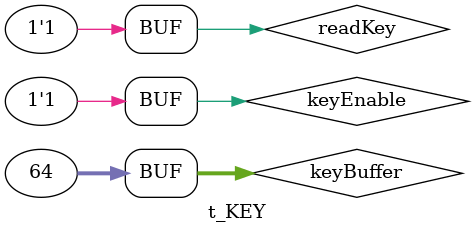
<source format=v>
module t_KEY();
	reg keyEnable, readKey;
	reg[31:0] keyBuffer;
	wire[31:0] keyPass;

	KEY k (keyEnable, keyPass, readKey, keyBuffer);

	initial
	begin

		$dumpfile("t_key.vcd");
		$dumpvars;
		
		keyEnable = 1;
		readKey = 1;
		//keyBuffer = 1;

		#10;
		keyEnable = 1;
		readKey = 0;
		keyBuffer = 4;

		#10;
		keyEnable = 1;
		readKey = 1;
		keyBuffer = 8;

		#10;
		keyEnable = 1;
		readKey = 0;
		keyBuffer = 16;

		#10;
		keyEnable = 1;
		readKey = 0;
		keyBuffer = 32;

		#10;
		keyEnable = 1;
		readKey = 1;
		keyBuffer = 64;
	end
	
	always @(*)
		$display("keyEnable = %b \treadKey = %b \tkeyBuffer = %32b \tkeyPass = %32b", keyEnable, readKey, keyBuffer, keyPass);
endmodule
</source>
